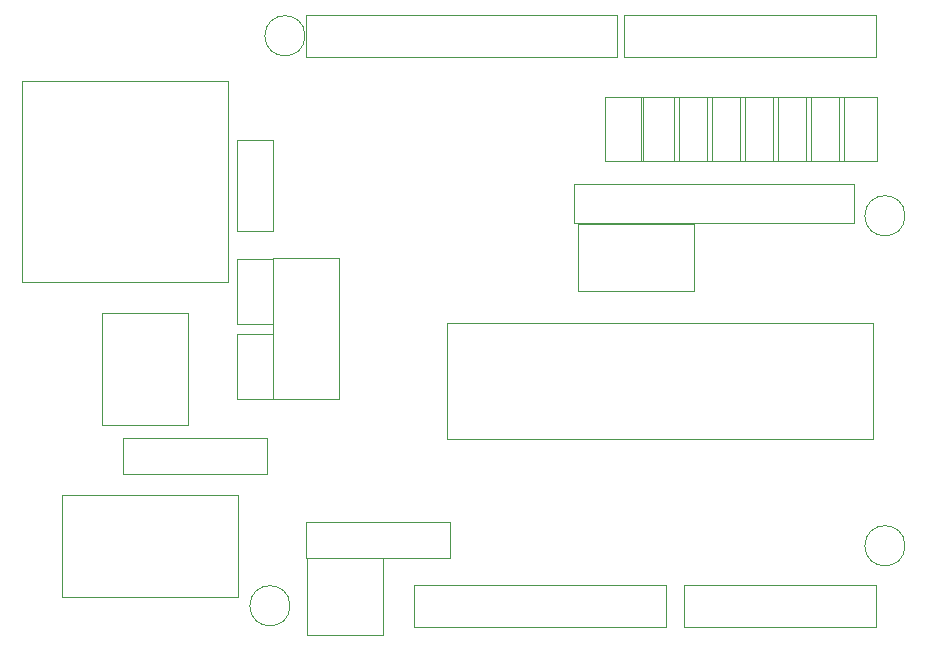
<source format=gbr>
%TF.GenerationSoftware,KiCad,Pcbnew,7.0.5*%
%TF.CreationDate,2023-11-13T20:32:54+01:00*%
%TF.ProjectId,atmega328p_dev_board,61746d65-6761-4333-9238-705f6465765f,rev?*%
%TF.SameCoordinates,Original*%
%TF.FileFunction,Other,User*%
%FSLAX46Y46*%
G04 Gerber Fmt 4.6, Leading zero omitted, Abs format (unit mm)*
G04 Created by KiCad (PCBNEW 7.0.5) date 2023-11-13 20:32:54*
%MOMM*%
%LPD*%
G01*
G04 APERTURE LIST*
%ADD10C,0.050000*%
G04 APERTURE END LIST*
D10*
%TO.C,J1*%
X126140000Y-99260000D02*
X126140000Y-95710000D01*
X147490000Y-99260000D02*
X126140000Y-99260000D01*
X126140000Y-95710000D02*
X147490000Y-95710000D01*
X147490000Y-95710000D02*
X147490000Y-99260000D01*
%TO.C,J3*%
X149000000Y-99260000D02*
X149000000Y-95710000D01*
X165250000Y-99260000D02*
X149000000Y-99260000D01*
X149000000Y-95710000D02*
X165250000Y-95710000D01*
X165250000Y-95710000D02*
X165250000Y-99260000D01*
%TO.C,J2*%
X116996000Y-51000000D02*
X116996000Y-47450000D01*
X143396000Y-51000000D02*
X116996000Y-51000000D01*
X116996000Y-47450000D02*
X143396000Y-47450000D01*
X143396000Y-47450000D02*
X143396000Y-51000000D01*
%TO.C,J4*%
X143920000Y-51000000D02*
X143920000Y-47450000D01*
X165270000Y-51000000D02*
X143920000Y-51000000D01*
X143920000Y-47450000D02*
X165270000Y-47450000D01*
X165270000Y-47450000D02*
X165270000Y-51000000D01*
%TO.C,U1*%
X165050000Y-73500000D02*
X128950000Y-73500000D01*
X128950000Y-73500000D02*
X128950000Y-83300000D01*
X165050000Y-83300000D02*
X165050000Y-73500000D01*
X128950000Y-83300000D02*
X165050000Y-83300000D01*
%TO.C,J6*%
X111260000Y-96705000D02*
X111260000Y-88055000D01*
X111260000Y-88055000D02*
X96360000Y-88055000D01*
X96360000Y-96705000D02*
X111260000Y-96705000D01*
X96360000Y-88055000D02*
X96360000Y-96705000D01*
%TO.C,D7*%
X145390000Y-59794000D02*
X148590000Y-59794000D01*
X148590000Y-59794000D02*
X148590000Y-54344000D01*
X145390000Y-54344000D02*
X145390000Y-59794000D01*
X148590000Y-54344000D02*
X145390000Y-54344000D01*
%TO.C,D9*%
X117100000Y-93448000D02*
X117100000Y-99948000D01*
X117100000Y-99948000D02*
X123550000Y-99948000D01*
X123550000Y-93448000D02*
X117100000Y-93448000D01*
X123550000Y-99948000D02*
X123550000Y-93448000D01*
%TO.C,D2*%
X159360000Y-59794000D02*
X162560000Y-59794000D01*
X162560000Y-59794000D02*
X162560000Y-54344000D01*
X159360000Y-54344000D02*
X159360000Y-59794000D01*
X162560000Y-54344000D02*
X159360000Y-54344000D01*
%TO.C,SW1*%
X140048000Y-65176000D02*
X140048000Y-70826000D01*
X140048000Y-70826000D02*
X149848000Y-70826000D01*
X149848000Y-65176000D02*
X140048000Y-65176000D01*
X149848000Y-70826000D02*
X149848000Y-65176000D01*
%TO.C,D1*%
X162154000Y-59794000D02*
X165354000Y-59794000D01*
X165354000Y-59794000D02*
X165354000Y-54344000D01*
X162154000Y-54344000D02*
X162154000Y-59794000D01*
X165354000Y-54344000D02*
X162154000Y-54344000D01*
%TO.C,RN1*%
X139702000Y-61774000D02*
X139702000Y-65074000D01*
X139702000Y-65074000D02*
X163452000Y-65074000D01*
X163452000Y-61774000D02*
X139702000Y-61774000D01*
X163452000Y-65074000D02*
X163452000Y-61774000D01*
%TO.C,D4*%
X153772000Y-59794000D02*
X156972000Y-59794000D01*
X156972000Y-59794000D02*
X156972000Y-54344000D01*
X153772000Y-54344000D02*
X153772000Y-59794000D01*
X156972000Y-54344000D02*
X153772000Y-54344000D01*
%TO.C,MH1*%
X116940000Y-49200000D02*
G75*
G03*
X116940000Y-49200000I-1700000J0D01*
G01*
%TO.C,C2*%
X111200000Y-79910000D02*
X114200000Y-79910000D01*
X114200000Y-79910000D02*
X114200000Y-74410000D01*
X111200000Y-74410000D02*
X111200000Y-79910000D01*
X114200000Y-74410000D02*
X111200000Y-74410000D01*
%TO.C,C3*%
X111200000Y-65750000D02*
X114200000Y-65750000D01*
X114200000Y-65750000D02*
X114200000Y-58050000D01*
X111200000Y-58050000D02*
X111200000Y-65750000D01*
X114200000Y-58050000D02*
X111200000Y-58050000D01*
%TO.C,D8*%
X142342000Y-59799000D02*
X145542000Y-59799000D01*
X145542000Y-59799000D02*
X145542000Y-54349000D01*
X142342000Y-54349000D02*
X142342000Y-59799000D01*
X145542000Y-54349000D02*
X142342000Y-54349000D01*
%TO.C,J5*%
X110410000Y-70050000D02*
X110410000Y-53050000D01*
X110410000Y-53050000D02*
X93010000Y-53050000D01*
X93010000Y-70050000D02*
X110410000Y-70050000D01*
X93010000Y-53050000D02*
X93010000Y-70050000D01*
%TO.C,Y1*%
X114218000Y-79932000D02*
X119818000Y-79932000D01*
X119818000Y-79932000D02*
X119818000Y-68032000D01*
X114218000Y-68032000D02*
X114218000Y-79932000D01*
X119818000Y-68032000D02*
X114218000Y-68032000D01*
%TO.C,R1*%
X101490000Y-83260000D02*
X101490000Y-86260000D01*
X101490000Y-86260000D02*
X113750000Y-86260000D01*
X113750000Y-83260000D02*
X101490000Y-83260000D01*
X113750000Y-86260000D02*
X113750000Y-83260000D01*
%TO.C,D5*%
X150978000Y-59794000D02*
X154178000Y-59794000D01*
X154178000Y-59794000D02*
X154178000Y-54344000D01*
X150978000Y-54344000D02*
X150978000Y-59794000D01*
X154178000Y-54344000D02*
X150978000Y-54344000D01*
%TO.C,D6*%
X148184000Y-59799000D02*
X151384000Y-59799000D01*
X151384000Y-59799000D02*
X151384000Y-54349000D01*
X148184000Y-54349000D02*
X148184000Y-59799000D01*
X151384000Y-54349000D02*
X148184000Y-54349000D01*
%TO.C,MH2*%
X115670000Y-97460000D02*
G75*
G03*
X115670000Y-97460000I-1700000J0D01*
G01*
%TO.C,MH3*%
X167740000Y-64440000D02*
G75*
G03*
X167740000Y-64440000I-1700000J0D01*
G01*
%TO.C,D3*%
X156566000Y-59794000D02*
X159766000Y-59794000D01*
X159766000Y-59794000D02*
X159766000Y-54344000D01*
X156566000Y-54344000D02*
X156566000Y-59794000D01*
X159766000Y-54344000D02*
X156566000Y-54344000D01*
%TO.C,MH4*%
X167740000Y-92380000D02*
G75*
G03*
X167740000Y-92380000I-1700000J0D01*
G01*
%TO.C,C1*%
X111200000Y-73560000D02*
X114200000Y-73560000D01*
X114200000Y-73560000D02*
X114200000Y-68060000D01*
X111200000Y-68060000D02*
X111200000Y-73560000D01*
X114200000Y-68060000D02*
X111200000Y-68060000D01*
%TO.C,SW2*%
X99740000Y-82180000D02*
X99740000Y-72630000D01*
X106990000Y-82180000D02*
X99740000Y-82180000D01*
X99740000Y-72630000D02*
X106990000Y-72630000D01*
X106990000Y-72630000D02*
X106990000Y-82180000D01*
%TO.C,R2*%
X129244000Y-93372000D02*
X129244000Y-90372000D01*
X129244000Y-90372000D02*
X116984000Y-90372000D01*
X116984000Y-93372000D02*
X129244000Y-93372000D01*
X116984000Y-90372000D02*
X116984000Y-93372000D01*
%TD*%
M02*

</source>
